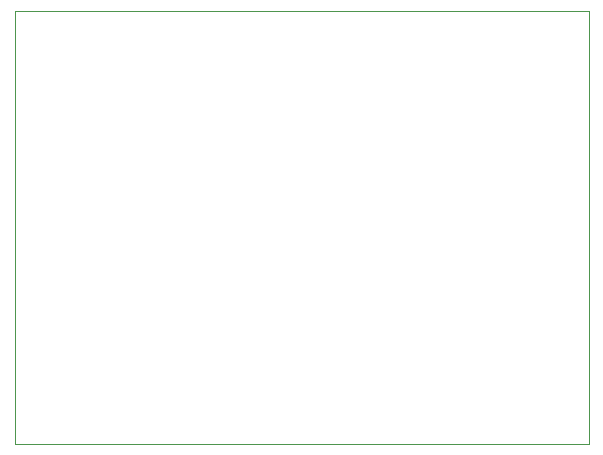
<source format=gbr>
%TF.GenerationSoftware,KiCad,Pcbnew,9.0.2*%
%TF.CreationDate,2025-11-28T15:39:44-05:00*%
%TF.ProjectId,hackathonproject,6861636b-6174-4686-9f6e-70726f6a6563,rev?*%
%TF.SameCoordinates,Original*%
%TF.FileFunction,Profile,NP*%
%FSLAX46Y46*%
G04 Gerber Fmt 4.6, Leading zero omitted, Abs format (unit mm)*
G04 Created by KiCad (PCBNEW 9.0.2) date 2025-11-28 15:39:44*
%MOMM*%
%LPD*%
G01*
G04 APERTURE LIST*
%TA.AperFunction,Profile*%
%ADD10C,0.050000*%
%TD*%
G04 APERTURE END LIST*
D10*
X139050000Y-58350000D02*
X187675000Y-58350000D01*
X187675000Y-94975000D01*
X139050000Y-94975000D01*
X139050000Y-58350000D01*
M02*

</source>
